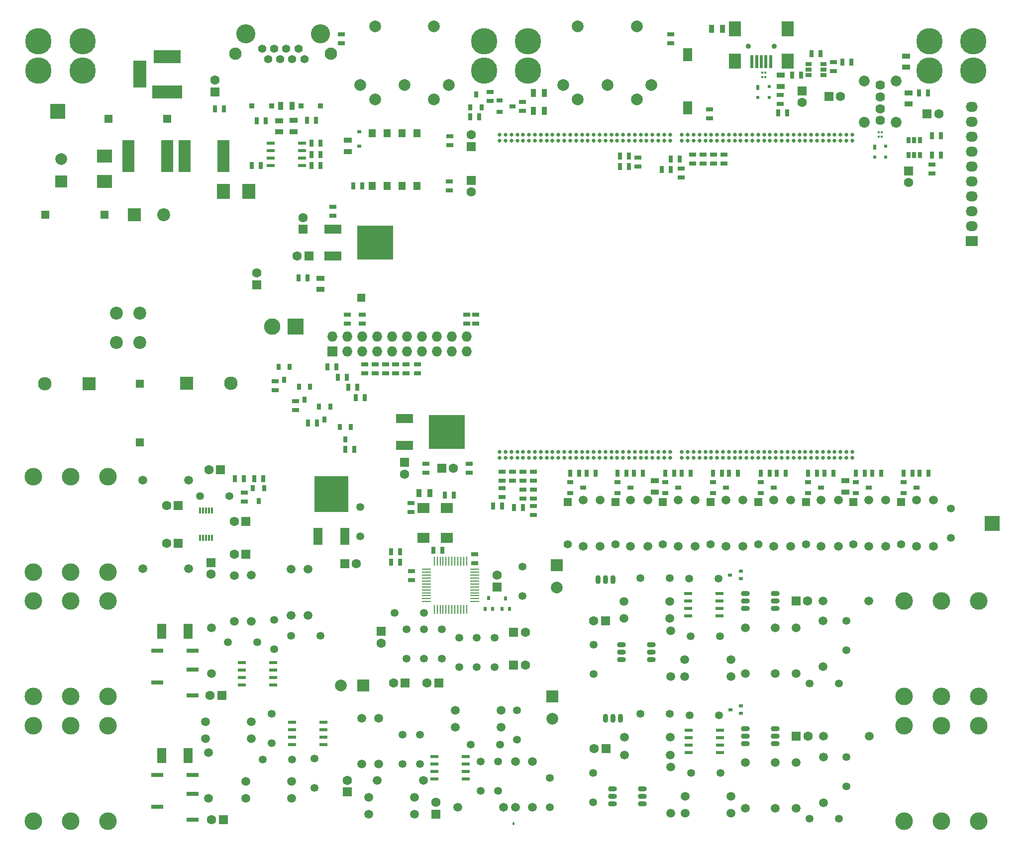
<source format=gts>
G04 #@! TF.FileFunction,Soldermask,Top*
%FSLAX46Y46*%
G04 Gerber Fmt 4.6, Leading zero omitted, Abs format (unit mm)*
G04 Created by KiCad (PCBNEW (2014-jul-16 BZR unknown)-product) date Qui 04 Dez 2014 14:44:21 BRST*
%MOMM*%
G01*
G04 APERTURE LIST*
%ADD10C,0.152400*%
%ADD11R,2.006600X1.803400*%
%ADD12R,1.400000X1.400000*%
%ADD13C,1.400000*%
%ADD14R,1.000760X0.800100*%
%ADD15C,1.500000*%
%ADD16R,1.500000X0.280000*%
%ADD17R,0.280000X1.500000*%
%ADD18C,1.350000*%
%ADD19R,1.600000X1.600000*%
%ADD20C,1.600000*%
%ADD21R,1.143000X0.635000*%
%ADD22R,0.635000X1.143000*%
%ADD23R,1.399540X0.599440*%
%ADD24R,0.700000X0.500000*%
%ADD25O,1.501140X0.899160*%
%ADD26O,0.899160X1.501140*%
%ADD27C,0.660400*%
%ADD28R,1.350000X1.350000*%
%ADD29R,1.998980X1.998980*%
%ADD30C,1.998980*%
%ADD31R,2.200000X2.200000*%
%ADD32C,2.200000*%
%ADD33R,2.300000X2.300000*%
%ADD34C,2.300000*%
%ADD35R,1.500000X2.600000*%
%ADD36R,0.600000X0.900000*%
%ADD37R,0.600000X0.500000*%
%ADD38R,2.500000X2.300000*%
%ADD39R,2.300000X2.500000*%
%ADD40R,0.685800X0.558800*%
%ADD41R,0.850000X0.850000*%
%ADD42R,0.889000X1.397000*%
%ADD43R,1.397000X0.889000*%
%ADD44C,3.000000*%
%ADD45C,1.620000*%
%ADD46C,1.850000*%
%ADD47R,0.500000X2.250000*%
%ADD48R,2.000000X2.500000*%
%ADD49C,0.900000*%
%ADD50C,2.100000*%
%ADD51C,3.251200*%
%ADD52C,2.000000*%
%ADD53R,4.600000X2.300000*%
%ADD54R,5.100000X2.300000*%
%ADD55R,2.300000X4.600000*%
%ADD56R,0.340000X0.400000*%
%ADD57R,1.727200X1.727200*%
%ADD58O,1.727200X1.727200*%
%ADD59R,0.800100X1.000760*%
%ADD60R,1.600000X2.200000*%
%ADD61R,6.197600X5.791200*%
%ADD62R,2.997200X1.600200*%
%ADD63R,1.000760X0.701040*%
%ADD64R,0.701040X1.000760*%
%ADD65R,5.791200X6.197600*%
%ADD66R,1.600200X2.997200*%
%ADD67R,0.300000X1.100000*%
%ADD68R,2.000000X5.400000*%
%ADD69C,4.500000*%
%ADD70R,2.794000X2.794000*%
%ADD71C,2.794000*%
%ADD72R,2.500000X2.500000*%
%ADD73R,2.000000X0.800000*%
%ADD74R,0.500000X0.700000*%
%ADD75C,0.457200*%
%ADD76R,1.200000X1.400000*%
%ADD77R,2.032000X1.727200*%
%ADD78O,2.032000X1.727200*%
G04 APERTURE END LIST*
D10*
D11*
X70576100Y-83530000D03*
X70576100Y-88610000D03*
X74563900Y-88610000D03*
X74563900Y-83530000D03*
D12*
X127540000Y-82555000D03*
D13*
X127540000Y-89755000D03*
D12*
X143740000Y-82555000D03*
D13*
X143740000Y-89755000D03*
D12*
X135640000Y-82555000D03*
D13*
X135640000Y-89755000D03*
D12*
X151840000Y-82555000D03*
D13*
X151840000Y-89755000D03*
D14*
X130139820Y-80105000D03*
X127940180Y-81057500D03*
X127940180Y-79152500D03*
X146339820Y-80105000D03*
X144140180Y-81057500D03*
X144140180Y-79152500D03*
X138239820Y-80105000D03*
X136040180Y-81057500D03*
X136040180Y-79152500D03*
X154439820Y-80105000D03*
X152240180Y-81057500D03*
X152240180Y-79152500D03*
D15*
X130140000Y-82255000D03*
X130140000Y-90055000D03*
X146340000Y-82255000D03*
X146340000Y-90055000D03*
X133040000Y-82255000D03*
X133040000Y-90055000D03*
X149240000Y-82255000D03*
X149240000Y-90055000D03*
X138240000Y-82255000D03*
X138240000Y-90055000D03*
X154440000Y-82255000D03*
X154440000Y-90055000D03*
X141140000Y-82255000D03*
X141140000Y-90055000D03*
X157340000Y-82255000D03*
X157340000Y-90055000D03*
X124915000Y-82255000D03*
X124915000Y-90055000D03*
X108715000Y-82255000D03*
X108715000Y-90055000D03*
X122015000Y-82255000D03*
X122015000Y-90055000D03*
X105815000Y-82255000D03*
X105815000Y-90055000D03*
X116815000Y-82255000D03*
X116815000Y-90055000D03*
X100615000Y-82255000D03*
X100615000Y-90055000D03*
X113915000Y-82255000D03*
X113915000Y-90055000D03*
X97715000Y-82255000D03*
X97715000Y-90055000D03*
D14*
X122014820Y-80105000D03*
X119815180Y-81057500D03*
X119815180Y-79152500D03*
X105814820Y-80105000D03*
X103615180Y-81057500D03*
X103615180Y-79152500D03*
X113914820Y-80105000D03*
X111715180Y-81057500D03*
X111715180Y-79152500D03*
X97714820Y-80105000D03*
X95515180Y-81057500D03*
X95515180Y-79152500D03*
D12*
X119415000Y-82555000D03*
D13*
X119415000Y-89755000D03*
D12*
X103215000Y-82555000D03*
D13*
X103215000Y-89755000D03*
D12*
X111315000Y-82555000D03*
D13*
X111315000Y-89755000D03*
D12*
X95115000Y-82555000D03*
D13*
X95115000Y-89755000D03*
D16*
X71055440Y-95515000D03*
X71055440Y-96015000D03*
X71055440Y-96515000D03*
X71055440Y-97015000D03*
X71055440Y-97515000D03*
X71055440Y-94015000D03*
X71055440Y-94515000D03*
X71055440Y-95015000D03*
D17*
X72405000Y-100864560D03*
X72905000Y-100864560D03*
X73405000Y-100864560D03*
X73905000Y-100864560D03*
X74405000Y-100864560D03*
X74905000Y-100864560D03*
X75405000Y-100864560D03*
X75905000Y-100864560D03*
D16*
X79254560Y-99515000D03*
X79254560Y-99015000D03*
X79254560Y-98515000D03*
X79254560Y-98015000D03*
X79254560Y-97515000D03*
X79254560Y-97015000D03*
X79254560Y-96515000D03*
X79254560Y-96015000D03*
D17*
X77905000Y-92665440D03*
X77405000Y-92665440D03*
X76905000Y-92665440D03*
X76405000Y-92665440D03*
X75905000Y-92665440D03*
X75405000Y-92665440D03*
X74905000Y-92665440D03*
X74405000Y-92665440D03*
D16*
X71055440Y-98015000D03*
X71055440Y-98515000D03*
X71055440Y-99015000D03*
X71055440Y-99515000D03*
D17*
X76405000Y-100864560D03*
X76905000Y-100864560D03*
X77405000Y-100864560D03*
X77905000Y-100864560D03*
D16*
X79254560Y-95515000D03*
X79254560Y-95015000D03*
X79254560Y-94515000D03*
X79254560Y-94015000D03*
D17*
X73905000Y-92665440D03*
X73405000Y-92665440D03*
X72905000Y-92665440D03*
X72405000Y-92665440D03*
D18*
X82655000Y-110660000D03*
X82655000Y-105660000D03*
D19*
X85900000Y-104770000D03*
D20*
X87900000Y-104770000D03*
D18*
X79650000Y-110660000D03*
X79650000Y-105660000D03*
D19*
X85900000Y-110350000D03*
D20*
X87900000Y-110350000D03*
D18*
X76650000Y-110660000D03*
X76650000Y-105660000D03*
D19*
X73150000Y-113350000D03*
D20*
X71150000Y-113350000D03*
D18*
X73655000Y-109255000D03*
X73655000Y-104255000D03*
D19*
X67450000Y-113350000D03*
D20*
X65450000Y-113350000D03*
D18*
X70655000Y-109255000D03*
X70655000Y-104255000D03*
X67655000Y-109255000D03*
X67655000Y-104255000D03*
X87420000Y-93550000D03*
X87420000Y-98550000D03*
D21*
X79250000Y-91468000D03*
X79250000Y-92992000D03*
D19*
X83130000Y-97040000D03*
D20*
X83130000Y-95040000D03*
D22*
X73742000Y-90730000D03*
X72218000Y-90730000D03*
D19*
X63360000Y-104590000D03*
D20*
X63360000Y-106590000D03*
D18*
X65655000Y-101405000D03*
X70655000Y-101405000D03*
D21*
X68510000Y-94318000D03*
X68510000Y-95842000D03*
D23*
X45007000Y-109945000D03*
X39673000Y-109945000D03*
X45007000Y-111215000D03*
X45007000Y-112485000D03*
X45007000Y-113755000D03*
X39673000Y-111215000D03*
X39673000Y-112485000D03*
X39673000Y-113755000D03*
X48193000Y-123905000D03*
X53527000Y-123905000D03*
X48193000Y-122635000D03*
X48193000Y-121365000D03*
X48193000Y-120095000D03*
X53527000Y-122635000D03*
X53527000Y-121365000D03*
X53527000Y-120095000D03*
D15*
X34490000Y-111770000D03*
X34490000Y-103970000D03*
X34000000Y-133050000D03*
X34000000Y-125250000D03*
X48025000Y-94025000D03*
X48025000Y-101825000D03*
X38350000Y-95050000D03*
X38350000Y-102850000D03*
X33460000Y-122870000D03*
X41260000Y-122870000D03*
X40300000Y-133040000D03*
X48100000Y-133040000D03*
X50925000Y-94025000D03*
X50925000Y-101825000D03*
X41240000Y-95040000D03*
X41240000Y-102840000D03*
X33460000Y-119970000D03*
X41260000Y-119970000D03*
X40300000Y-130140000D03*
X48100000Y-130140000D03*
D19*
X40350000Y-85870000D03*
D20*
X38350000Y-85870000D03*
D19*
X40350000Y-91420000D03*
D20*
X38350000Y-91420000D03*
D19*
X36250000Y-115450000D03*
D20*
X34250000Y-115450000D03*
D19*
X36500000Y-136650000D03*
D20*
X34500000Y-136650000D03*
D18*
X45150000Y-102600000D03*
X45150000Y-107600000D03*
X43200000Y-126450000D03*
X48200000Y-126450000D03*
D23*
X77792000Y-125895000D03*
X72458000Y-125895000D03*
X77792000Y-127165000D03*
X77792000Y-128435000D03*
X77792000Y-129705000D03*
X72458000Y-127165000D03*
X72458000Y-128435000D03*
X72458000Y-129705000D03*
D15*
X86225000Y-134550000D03*
X86225000Y-126750000D03*
X89125000Y-134550000D03*
X89125000Y-126750000D03*
X84225000Y-134550000D03*
X76425000Y-134550000D03*
X69050000Y-132850000D03*
X61250000Y-132850000D03*
X61250000Y-135750000D03*
X69050000Y-135750000D03*
X83750000Y-118050000D03*
X75950000Y-118050000D03*
X83750000Y-120950000D03*
X75950000Y-120950000D03*
X62725000Y-129950000D03*
X70525000Y-129950000D03*
X60050000Y-127200000D03*
X60050000Y-119400000D03*
X62950000Y-119350000D03*
X62950000Y-127150000D03*
D18*
X80275000Y-131750000D03*
X80275000Y-126750000D03*
X83275000Y-131750000D03*
X83275000Y-126750000D03*
X69975000Y-127150000D03*
X69975000Y-122150000D03*
X66975000Y-127150000D03*
X66975000Y-122150000D03*
X92075000Y-129550000D03*
X92075000Y-134550000D03*
D19*
X72650000Y-135700000D03*
D20*
X72650000Y-133700000D03*
D18*
X86480000Y-123050000D03*
X86480000Y-118050000D03*
X83625000Y-123900000D03*
X78625000Y-123900000D03*
D19*
X57650000Y-131950000D03*
D20*
X57650000Y-129950000D03*
D18*
X115800000Y-95575000D03*
X120800000Y-95575000D03*
D19*
X133950000Y-99440000D03*
D20*
X135950000Y-99440000D03*
D19*
X101550000Y-102750000D03*
D20*
X99550000Y-102750000D03*
D18*
X99560000Y-111870000D03*
X99560000Y-106870000D03*
D24*
X124540000Y-94320000D03*
X124540000Y-95620000D03*
X122740000Y-94970000D03*
D25*
X130400000Y-99440000D03*
X130400000Y-98170000D03*
X130400000Y-100710000D03*
X125300000Y-99440000D03*
X125300000Y-98170000D03*
X125300000Y-100710000D03*
X109350000Y-108130000D03*
X109350000Y-106860000D03*
X109350000Y-109400000D03*
X104300000Y-108130000D03*
X104300000Y-106860000D03*
X104300000Y-109400000D03*
D26*
X101550000Y-95775000D03*
X100280000Y-95775000D03*
X102820000Y-95775000D03*
D15*
X138540000Y-99440000D03*
X146340000Y-99440000D03*
X138550000Y-102750000D03*
X138550000Y-110550000D03*
X133940000Y-111740000D03*
X133940000Y-103940000D03*
X130400000Y-111740000D03*
X130400000Y-103940000D03*
X125300000Y-111740000D03*
X125300000Y-103940000D03*
X115050000Y-112300000D03*
X122850000Y-112300000D03*
X115050000Y-109400000D03*
X122850000Y-109400000D03*
X112500000Y-102375000D03*
X104700000Y-102375000D03*
X112610000Y-104450000D03*
X112610000Y-112250000D03*
X112500000Y-99475000D03*
X104700000Y-99475000D03*
D23*
X120967000Y-98120000D03*
X115633000Y-98120000D03*
X120967000Y-99390000D03*
X120967000Y-100660000D03*
X120967000Y-101930000D03*
X115633000Y-99390000D03*
X115633000Y-100660000D03*
X115633000Y-101930000D03*
X121017000Y-121384160D03*
X115683000Y-121384160D03*
X121017000Y-122654160D03*
X121017000Y-123924160D03*
X121017000Y-125194160D03*
X115683000Y-122654160D03*
X115683000Y-123924160D03*
X115683000Y-125194160D03*
D15*
X112550000Y-122579160D03*
X104750000Y-122579160D03*
X112610000Y-127724160D03*
X112610000Y-135524160D03*
X112550000Y-125654160D03*
X104750000Y-125654160D03*
X115100000Y-132664160D03*
X122900000Y-132664160D03*
X115100000Y-135564160D03*
X122900000Y-135564160D03*
X125350000Y-134714160D03*
X125350000Y-126914160D03*
X130460000Y-134714160D03*
X130460000Y-126914160D03*
X133940000Y-134714160D03*
X133940000Y-126914160D03*
X138600000Y-126014160D03*
X138600000Y-133814160D03*
X138600000Y-122414160D03*
X146400000Y-122414160D03*
D26*
X102860000Y-119354160D03*
X104130000Y-119354160D03*
X101590000Y-119354160D03*
D25*
X102750000Y-132654160D03*
X102750000Y-133924160D03*
X102750000Y-131384160D03*
X107820000Y-132654160D03*
X107820000Y-133924160D03*
X107820000Y-131384160D03*
X125340000Y-122414160D03*
X125340000Y-121144160D03*
X125340000Y-123684160D03*
X130460000Y-122414160D03*
X130460000Y-121144160D03*
X130460000Y-123684160D03*
D24*
X124580000Y-117264160D03*
X124580000Y-118564160D03*
X122780000Y-117914160D03*
D18*
X99470000Y-133734160D03*
X99470000Y-128734160D03*
D19*
X101600000Y-124554160D03*
D20*
X99600000Y-124554160D03*
D19*
X133990000Y-122414160D03*
D20*
X135990000Y-122414160D03*
D18*
X115850000Y-118839160D03*
X120850000Y-118839160D03*
D27*
X143530000Y-74000000D03*
X143530000Y-75000000D03*
X142530000Y-74000000D03*
X142530000Y-75000000D03*
X141530000Y-74000000D03*
X141530000Y-75000000D03*
X140530000Y-74000000D03*
X140530000Y-75000000D03*
X139530000Y-74000000D03*
X139530000Y-75000000D03*
X138530000Y-74000000D03*
X138530000Y-75000000D03*
X137530000Y-74000000D03*
X137530000Y-75000000D03*
X136530000Y-74000000D03*
X136530000Y-75000000D03*
X135530000Y-74000000D03*
X135530000Y-75000000D03*
X134530000Y-74000000D03*
X134530000Y-75000000D03*
X133530000Y-74000000D03*
X133530000Y-75000000D03*
X132530000Y-74000000D03*
X132530000Y-75000000D03*
X131530000Y-74000000D03*
X131530000Y-75000000D03*
X130530000Y-74000000D03*
X130530000Y-75000000D03*
X129530000Y-74000000D03*
X129530000Y-75000000D03*
X128530000Y-74000000D03*
X128530000Y-75000000D03*
X127530000Y-74000000D03*
X127530000Y-75000000D03*
X126530000Y-74000000D03*
X126530000Y-75000000D03*
X125530000Y-74000000D03*
X125530000Y-75000000D03*
X124530000Y-74000000D03*
X124530000Y-75000000D03*
X123530000Y-74000000D03*
X123530000Y-75000000D03*
X122530000Y-74000000D03*
X122530000Y-75000000D03*
X121530000Y-74000000D03*
X121530000Y-75000000D03*
X120530000Y-74000000D03*
X120530000Y-75000000D03*
X119530000Y-74000000D03*
X119530000Y-75000000D03*
X118530000Y-74000000D03*
X118530000Y-75000000D03*
X117530000Y-74000000D03*
X117530000Y-75000000D03*
X116530000Y-74000000D03*
X116530000Y-75000000D03*
X115530000Y-74000000D03*
X115530000Y-75000000D03*
X114530000Y-74000000D03*
X114530000Y-75000000D03*
X112530000Y-74000000D03*
X112530000Y-75000000D03*
X111530000Y-74000000D03*
X111530000Y-75000000D03*
X110530000Y-74000000D03*
X110530000Y-75000000D03*
X109530000Y-74000000D03*
X109530000Y-75000000D03*
X108530000Y-74000000D03*
X108530000Y-75000000D03*
X107530000Y-74000000D03*
X107530000Y-75000000D03*
X106530000Y-74000000D03*
X106530000Y-75000000D03*
X105530000Y-74000000D03*
X105530000Y-75000000D03*
X104530000Y-74000000D03*
X104530000Y-75000000D03*
X103530000Y-74000000D03*
X103530000Y-75000000D03*
X102530000Y-74000000D03*
X102530000Y-75000000D03*
X101530000Y-74000000D03*
X101530000Y-75000000D03*
X100530000Y-74000000D03*
X100530000Y-75000000D03*
X99530000Y-74000000D03*
X99530000Y-75000000D03*
X98530000Y-74000000D03*
X98530000Y-75000000D03*
X97530000Y-74000000D03*
X97530000Y-75000000D03*
X96530000Y-74000000D03*
X96530000Y-75000000D03*
X95530000Y-74000000D03*
X95530000Y-75000000D03*
X94530000Y-74000000D03*
X94530000Y-75000000D03*
X93530000Y-74000000D03*
X93530000Y-75000000D03*
X92530000Y-74000000D03*
X92530000Y-75000000D03*
X91530000Y-74000000D03*
X91530000Y-75000000D03*
X90530000Y-74000000D03*
X90530000Y-75000000D03*
X89530000Y-74000000D03*
X89530000Y-75000000D03*
X88530000Y-74000000D03*
X88530000Y-75000000D03*
X87530000Y-74000000D03*
X87530000Y-75000000D03*
X86530000Y-74000000D03*
X86530000Y-75000000D03*
X85530000Y-74000000D03*
X85530000Y-75000000D03*
X84530000Y-74000000D03*
X84530000Y-75000000D03*
X83530000Y-74000000D03*
X83530000Y-75000000D03*
X143530000Y-20000000D03*
X143530000Y-21000000D03*
X142530000Y-20000000D03*
X142530000Y-21000000D03*
X141530000Y-20000000D03*
X141530000Y-21000000D03*
X140530000Y-20000000D03*
X140530000Y-21000000D03*
X139530000Y-20000000D03*
X139530000Y-21000000D03*
X138530000Y-20000000D03*
X138530000Y-21000000D03*
X137530000Y-20000000D03*
X137530000Y-21000000D03*
X136530000Y-20000000D03*
X136530000Y-21000000D03*
X135530000Y-20000000D03*
X135530000Y-21000000D03*
X134530000Y-20000000D03*
X134530000Y-21000000D03*
X133530000Y-20000000D03*
X133530000Y-21000000D03*
X132530000Y-20000000D03*
X132530000Y-21000000D03*
X131530000Y-20000000D03*
X131530000Y-21000000D03*
X130530000Y-20000000D03*
X130530000Y-21000000D03*
X129530000Y-20000000D03*
X129530000Y-21000000D03*
X128530000Y-20000000D03*
X128530000Y-21000000D03*
X127530000Y-20000000D03*
X127530000Y-21000000D03*
X126530000Y-20000000D03*
X126530000Y-21000000D03*
X125530000Y-20000000D03*
X125530000Y-21000000D03*
X124530000Y-20000000D03*
X124530000Y-21000000D03*
X123530000Y-20000000D03*
X123530000Y-21000000D03*
X122530000Y-20000000D03*
X122530000Y-21000000D03*
X121530000Y-20000000D03*
X121530000Y-21000000D03*
X120530000Y-20000000D03*
X120530000Y-21000000D03*
X119530000Y-20000000D03*
X119530000Y-21000000D03*
X118530000Y-20000000D03*
X118530000Y-21000000D03*
X117530000Y-20000000D03*
X117530000Y-21000000D03*
X116530000Y-20000000D03*
X116530000Y-21000000D03*
X115530000Y-20000000D03*
X115530000Y-21000000D03*
X114530000Y-20000000D03*
X114530000Y-21000000D03*
X112530000Y-20000000D03*
X112530000Y-21000000D03*
X111530000Y-20000000D03*
X111530000Y-21000000D03*
X110530000Y-20000000D03*
X110530000Y-21000000D03*
X109530000Y-20000000D03*
X109530000Y-21000000D03*
X108530000Y-20000000D03*
X108530000Y-21000000D03*
X107530000Y-20000000D03*
X107530000Y-21000000D03*
X106530000Y-20000000D03*
X106530000Y-21000000D03*
X105530000Y-20000000D03*
X105530000Y-21000000D03*
X104530000Y-20000000D03*
X104530000Y-21000000D03*
X103530000Y-20000000D03*
X103530000Y-21000000D03*
X102530000Y-20000000D03*
X102530000Y-21000000D03*
X101530000Y-20000000D03*
X101530000Y-21000000D03*
X100530000Y-20000000D03*
X100530000Y-21000000D03*
X99530000Y-20000000D03*
X99530000Y-21000000D03*
X98530000Y-20000000D03*
X98530000Y-21000000D03*
X97530000Y-20000000D03*
X97530000Y-21000000D03*
X96530000Y-20000000D03*
X96530000Y-21000000D03*
X95530000Y-20000000D03*
X95530000Y-21000000D03*
X94530000Y-20000000D03*
X94530000Y-21000000D03*
X93530000Y-20000000D03*
X93530000Y-21000000D03*
X92530000Y-20000000D03*
X92530000Y-21000000D03*
X91530000Y-20000000D03*
X91530000Y-21000000D03*
X90530000Y-20000000D03*
X90530000Y-21000000D03*
X89530000Y-20000000D03*
X89530000Y-21000000D03*
X88530000Y-20000000D03*
X88530000Y-21000000D03*
X87530000Y-20000000D03*
X87530000Y-21000000D03*
X86530000Y-20000000D03*
X86530000Y-21000000D03*
X85530000Y-20000000D03*
X85530000Y-21000000D03*
X84530000Y-20000000D03*
X84530000Y-21000000D03*
X83530000Y-20000000D03*
X83530000Y-21000000D03*
D22*
X41338000Y-25250000D03*
X42862000Y-25250000D03*
D21*
X55150000Y-33762000D03*
X55150000Y-32238000D03*
D19*
X50050000Y-36100000D03*
D20*
X50050000Y-34100000D03*
D19*
X51060000Y-40680000D03*
D20*
X49060000Y-40680000D03*
D19*
X42170000Y-45520000D03*
D20*
X42170000Y-43520000D03*
D22*
X50822000Y-44360000D03*
X49298000Y-44360000D03*
D19*
X78680000Y-27760000D03*
D20*
X78680000Y-29760000D03*
D21*
X75000000Y-27988000D03*
X75000000Y-29512000D03*
X75010000Y-20208000D03*
X75010000Y-21732000D03*
D19*
X78680000Y-21980000D03*
D20*
X78680000Y-19980000D03*
D22*
X156417000Y-12850000D03*
X154893000Y-12850000D03*
X134782000Y-9850000D03*
X133258000Y-9850000D03*
D19*
X156275000Y-16450000D03*
D20*
X158275000Y-16450000D03*
D19*
X134970000Y-12520000D03*
D20*
X134970000Y-14520000D03*
D22*
X132422000Y-16240000D03*
X130898000Y-16240000D03*
D28*
X16950000Y-17300000D03*
X26950000Y-17300000D03*
D29*
X8950000Y-27905000D03*
D30*
X8950000Y-24095000D03*
D19*
X139550000Y-13510000D03*
D20*
X141550000Y-13510000D03*
D19*
X153125000Y-26150000D03*
D20*
X153125000Y-28150000D03*
D21*
X112600000Y-2888000D03*
X112600000Y-4412000D03*
X56600000Y-2888000D03*
X56600000Y-4412000D03*
D19*
X35050000Y-12700000D03*
D20*
X35050000Y-10700000D03*
D22*
X35063000Y-15575000D03*
X36587000Y-15575000D03*
X58608000Y-28730000D03*
X60132000Y-28730000D03*
D28*
X16250000Y-33600000D03*
X6250000Y-33600000D03*
D31*
X21350000Y-33600000D03*
D32*
X26350000Y-33600000D03*
D33*
X30280000Y-62350000D03*
D34*
X37780000Y-62350000D03*
D33*
X13650000Y-62365000D03*
D34*
X6150000Y-62365000D03*
D28*
X22300000Y-62365000D03*
X22300000Y-72365000D03*
D29*
X93240000Y-93275000D03*
D30*
X93240000Y-97085000D03*
D29*
X92511880Y-115679220D03*
D30*
X92511880Y-119489220D03*
D19*
X57160000Y-93050000D03*
D20*
X59160000Y-93050000D03*
D18*
X59830000Y-88440000D03*
X59830000Y-83440000D03*
D19*
X36050000Y-77070000D03*
D20*
X34050000Y-77070000D03*
D18*
X37550000Y-81570000D03*
X32550000Y-81570000D03*
D19*
X34400000Y-92870000D03*
D20*
X34400000Y-94870000D03*
D19*
X28850000Y-89620000D03*
D20*
X26850000Y-89620000D03*
D19*
X28850000Y-83120000D03*
D20*
X26850000Y-83120000D03*
D35*
X30500000Y-125750000D03*
X26000000Y-125750000D03*
X30500000Y-104550000D03*
X26000000Y-104550000D03*
D36*
X147325000Y-22110000D03*
D37*
X147325000Y-23810000D03*
X149225000Y-23810000D03*
X149225000Y-21910000D03*
D36*
X127500000Y-11950000D03*
D37*
X127500000Y-13650000D03*
X129400000Y-13650000D03*
X129400000Y-11750000D03*
D38*
X16250000Y-23650000D03*
X16250000Y-27950000D03*
D39*
X36550000Y-29600000D03*
X40850000Y-29600000D03*
D40*
X59660000Y-21919200D03*
X59660000Y-19480800D03*
D41*
X49725000Y-15100000D03*
X53075000Y-15100000D03*
X44725000Y-15100000D03*
X41375000Y-15100000D03*
D42*
X119547500Y-1950000D03*
X121452500Y-1950000D03*
D43*
X152715000Y-6587500D03*
X152715000Y-8492500D03*
X153135000Y-12847500D03*
X153135000Y-14752500D03*
X131350000Y-9847500D03*
X131350000Y-11752500D03*
D44*
X158690000Y-115675000D03*
X165040000Y-115675000D03*
X152340000Y-115675000D03*
X158690000Y-99445000D03*
X165040000Y-99445000D03*
X152340000Y-99445000D03*
X158690000Y-136875000D03*
X165040000Y-136875000D03*
X152340000Y-136875000D03*
X158690000Y-120645000D03*
X165040000Y-120645000D03*
X152340000Y-120645000D03*
X10510000Y-99445000D03*
X4160000Y-99445000D03*
X16860000Y-99445000D03*
X10510000Y-115675000D03*
X4160000Y-115675000D03*
X16860000Y-115675000D03*
X10510000Y-120645000D03*
X4160000Y-120645000D03*
X16860000Y-120645000D03*
X10510000Y-136875000D03*
X4160000Y-136875000D03*
X16860000Y-136875000D03*
X10510000Y-78245000D03*
X4160000Y-78245000D03*
X16860000Y-78245000D03*
X10510000Y-94475000D03*
X4160000Y-94475000D03*
X16860000Y-94475000D03*
D45*
X148275000Y-11560000D03*
X148275000Y-13560000D03*
X148275000Y-15560000D03*
D46*
X150995000Y-10830000D03*
D45*
X148275000Y-17560000D03*
D46*
X150995000Y-17830000D03*
X145555000Y-10830000D03*
X145555000Y-17830000D03*
D47*
X129650000Y-7550000D03*
X128850000Y-7550000D03*
X128050000Y-7550000D03*
X127250000Y-7550000D03*
X126450000Y-7550000D03*
D48*
X132500000Y-7425000D03*
X132500000Y-1975000D03*
X123600000Y-7425000D03*
X123600000Y-1975000D03*
D49*
X130250000Y-4875000D03*
X125850000Y-4875000D03*
D50*
X54850000Y-6200000D03*
X38590000Y-6200000D03*
D13*
X50290000Y-7088000D03*
X48250000Y-7088000D03*
X46210000Y-7088000D03*
X44170000Y-7088000D03*
X47230000Y-5310000D03*
X45190000Y-5310000D03*
X49270000Y-5310000D03*
X43150000Y-5310000D03*
D51*
X40370000Y-2770000D03*
X53070000Y-2770000D03*
D52*
X96850000Y-14000000D03*
X96850000Y-1500000D03*
X94350000Y-11500000D03*
X101850000Y-11500000D03*
X109350000Y-11500000D03*
X106850000Y-14000000D03*
X106850000Y-1500000D03*
X62350000Y-14000000D03*
X62350000Y-1500000D03*
X59850000Y-11500000D03*
X67350000Y-11500000D03*
X74850000Y-11500000D03*
X72350000Y-14000000D03*
X72350000Y-1500000D03*
D53*
X27000000Y-6700000D03*
D54*
X27000000Y-12700000D03*
D55*
X22300000Y-9700000D03*
D32*
X18300000Y-55365000D03*
X18300000Y-50365000D03*
X22300000Y-50365000D03*
X22300000Y-55365000D03*
D56*
X148525000Y-19540000D03*
X148025000Y-19540000D03*
X148025000Y-20340000D03*
X148525000Y-20340000D03*
X128700000Y-9400000D03*
X128200000Y-9400000D03*
X128200000Y-10200000D03*
X128700000Y-10200000D03*
D57*
X55045000Y-56870000D03*
D58*
X55045000Y-54330000D03*
X57585000Y-56870000D03*
X57585000Y-54330000D03*
X60125000Y-56870000D03*
X60125000Y-54330000D03*
X62665000Y-56870000D03*
X62665000Y-54330000D03*
X65205000Y-56870000D03*
X65205000Y-54330000D03*
X67745000Y-56870000D03*
X67745000Y-54330000D03*
X70285000Y-56870000D03*
X70285000Y-54330000D03*
X72825000Y-56870000D03*
X72825000Y-54330000D03*
X75365000Y-56870000D03*
X75365000Y-54330000D03*
X77905000Y-56870000D03*
X77905000Y-54330000D03*
D59*
X42510000Y-82419820D03*
X41557500Y-80220180D03*
X43462500Y-80220180D03*
X46870000Y-61699820D03*
X45917500Y-59500180D03*
X47822500Y-59500180D03*
X50329580Y-65107740D03*
X49377080Y-62908100D03*
X51282080Y-62908100D03*
D14*
X85699820Y-15140000D03*
X83500180Y-16092500D03*
X83500180Y-14187500D03*
D59*
X79500000Y-13120180D03*
X80452500Y-15319820D03*
X78547500Y-15319820D03*
D43*
X48450000Y-19452500D03*
X48450000Y-17547500D03*
X46000000Y-17597500D03*
X46000000Y-19502500D03*
D22*
X53062000Y-25250000D03*
X51538000Y-25250000D03*
X53062000Y-23350000D03*
X51538000Y-23350000D03*
X53062000Y-21450000D03*
X51538000Y-21450000D03*
D21*
X77900000Y-50663000D03*
X77900000Y-52187000D03*
X57575000Y-50663000D03*
X57575000Y-52187000D03*
X79450000Y-50663000D03*
X79450000Y-52187000D03*
X60125000Y-50663000D03*
X60125000Y-52187000D03*
D22*
X114488000Y-77635000D03*
X116012000Y-77635000D03*
X122588000Y-77635000D03*
X124112000Y-77635000D03*
X106413000Y-77635000D03*
X107937000Y-77635000D03*
X98313000Y-77635000D03*
X99837000Y-77635000D03*
X146913000Y-77635000D03*
X148437000Y-77635000D03*
X97037000Y-77635000D03*
X95513000Y-77635000D03*
X105137000Y-77635000D03*
X103613000Y-77635000D03*
X113237000Y-77635000D03*
X111713000Y-77635000D03*
X121337000Y-77635000D03*
X119813000Y-77635000D03*
X155013000Y-77635000D03*
X156537000Y-77635000D03*
X138838000Y-77635000D03*
X140362000Y-77635000D03*
X130713000Y-77635000D03*
X132237000Y-77635000D03*
X129462000Y-77635000D03*
X127938000Y-77635000D03*
X137562000Y-77635000D03*
X136038000Y-77635000D03*
X145662000Y-77635000D03*
X144138000Y-77635000D03*
X153762000Y-77635000D03*
X152238000Y-77635000D03*
D21*
X40100000Y-80908000D03*
X40100000Y-82432000D03*
X45330000Y-61988000D03*
X45330000Y-63512000D03*
X48790000Y-65398000D03*
X48790000Y-66922000D03*
X119240000Y-15648000D03*
X119240000Y-17172000D03*
X131300000Y-13198000D03*
X131300000Y-14722000D03*
D22*
X136628000Y-6200000D03*
X138152000Y-6200000D03*
X157113000Y-20150000D03*
X158637000Y-20150000D03*
D21*
X140310000Y-9162000D03*
X140310000Y-7638000D03*
D22*
X158637000Y-23450000D03*
X157113000Y-23450000D03*
D21*
X157125000Y-26612000D03*
X157125000Y-25088000D03*
D22*
X143352000Y-7640000D03*
X141828000Y-7640000D03*
D42*
X91152500Y-12840000D03*
X89247500Y-12840000D03*
D43*
X57720000Y-20947500D03*
X57720000Y-22852500D03*
D42*
X91152500Y-15940000D03*
X89247500Y-15940000D03*
X46272500Y-15100000D03*
X48177500Y-15100000D03*
D21*
X87400000Y-15902000D03*
X87400000Y-14378000D03*
X81900000Y-14202000D03*
X81900000Y-12678000D03*
D22*
X43762000Y-17600000D03*
X42238000Y-17600000D03*
X52262000Y-17550000D03*
X50738000Y-17550000D03*
D21*
X68440000Y-84222000D03*
X68440000Y-82698000D03*
X89270000Y-81992000D03*
X89270000Y-80468000D03*
X87500000Y-81992000D03*
X87500000Y-80468000D03*
X83960000Y-80168000D03*
X83960000Y-81692000D03*
D22*
X87502000Y-83510000D03*
X85978000Y-83510000D03*
D21*
X89270000Y-83258000D03*
X89270000Y-84782000D03*
D22*
X66612000Y-91030000D03*
X65088000Y-91030000D03*
X66612000Y-92800000D03*
X65088000Y-92800000D03*
D60*
X115490000Y-15430000D03*
X115490000Y-6330000D03*
D12*
X59940000Y-47750000D03*
D23*
X44533000Y-25255000D03*
X49867000Y-25255000D03*
X44533000Y-23985000D03*
X44533000Y-22715000D03*
X44533000Y-21445000D03*
X49867000Y-23985000D03*
X49867000Y-22715000D03*
X49867000Y-21445000D03*
D61*
X62344000Y-38400000D03*
D62*
X55155800Y-36114000D03*
X55155800Y-40686000D03*
D63*
X136130000Y-9832500D03*
X136130000Y-8880000D03*
X136130000Y-7927500D03*
X138670000Y-7927500D03*
X138670000Y-8880000D03*
X138670000Y-9832500D03*
D64*
X153122500Y-20880000D03*
X154075000Y-20880000D03*
X155027500Y-20880000D03*
X155027500Y-23420000D03*
X154075000Y-23420000D03*
X153122500Y-23420000D03*
D65*
X54870000Y-81236000D03*
D66*
X52584000Y-88424200D03*
X57156000Y-88424200D03*
D61*
X74514000Y-70610000D03*
D62*
X67325800Y-68324000D03*
X67325800Y-72896000D03*
D67*
X32550000Y-88670000D03*
X33050000Y-88670000D03*
X33550000Y-88670000D03*
X34050000Y-88670000D03*
X34550000Y-88670000D03*
X34550000Y-83970000D03*
X34050000Y-83970000D03*
X33550000Y-83970000D03*
X33050000Y-83970000D03*
X32550000Y-83970000D03*
D68*
X26950000Y-23600000D03*
X20350000Y-23600000D03*
X29950000Y-23600000D03*
X36550000Y-23600000D03*
D15*
X30600000Y-93870000D03*
X22800000Y-93870000D03*
X22800000Y-78870000D03*
X30600000Y-78870000D03*
D29*
X60315000Y-113790000D03*
D30*
X56505000Y-113790000D03*
D18*
X141260000Y-136484160D03*
X136260000Y-136484160D03*
X141260000Y-113500000D03*
X136260000Y-113500000D03*
D22*
X38438000Y-78570000D03*
X39962000Y-78570000D03*
X41738000Y-78570000D03*
X43262000Y-78570000D03*
D21*
X60550000Y-60652000D03*
X60550000Y-59128000D03*
X67640000Y-60632000D03*
X67640000Y-59108000D03*
X64085000Y-60652000D03*
X64085000Y-59128000D03*
X65860000Y-60652000D03*
X65860000Y-59128000D03*
X69510000Y-60602000D03*
X69510000Y-59078000D03*
X62320000Y-60652000D03*
X62320000Y-59128000D03*
D22*
X112612000Y-25880000D03*
X111088000Y-25880000D03*
D21*
X107030000Y-23868000D03*
X107030000Y-25392000D03*
D22*
X78548000Y-16950000D03*
X80072000Y-16950000D03*
X112618000Y-24110000D03*
X114142000Y-24110000D03*
D21*
X116370000Y-24892000D03*
X116370000Y-23368000D03*
X121680000Y-24892000D03*
X121680000Y-23368000D03*
D22*
X103988000Y-23630000D03*
X105512000Y-23630000D03*
D21*
X118140000Y-23368000D03*
X118140000Y-24892000D03*
D22*
X103988000Y-25400000D03*
X105512000Y-25400000D03*
D21*
X83960000Y-78902000D03*
X83960000Y-77378000D03*
X87500000Y-78902000D03*
X87500000Y-77378000D03*
X89270000Y-77378000D03*
X89270000Y-78902000D03*
X85730000Y-78902000D03*
X85730000Y-77378000D03*
D22*
X57532000Y-61270000D03*
X56008000Y-61270000D03*
X55772000Y-59500000D03*
X54248000Y-59500000D03*
X60572000Y-64810000D03*
X59048000Y-64810000D03*
X59302000Y-63040000D03*
X57778000Y-63040000D03*
D43*
X53000000Y-44437500D03*
X53000000Y-46342500D03*
D18*
X160300000Y-88655000D03*
X160300000Y-83655000D03*
D69*
X12550000Y-9075000D03*
X5050000Y-9075000D03*
X12550000Y-4075000D03*
X5050000Y-4075000D03*
X164150000Y-9075000D03*
X156650000Y-9075000D03*
X164150000Y-4075000D03*
X156650000Y-4075000D03*
X88350000Y-9080000D03*
X80850000Y-9080000D03*
X88350000Y-4080000D03*
X80850000Y-4080000D03*
D70*
X48806200Y-52650000D03*
D71*
X44843800Y-52650000D03*
D18*
X142550000Y-126014160D03*
X142550000Y-131014160D03*
X142500000Y-102750000D03*
X142500000Y-107750000D03*
X121100000Y-128714160D03*
X116100000Y-128714160D03*
X121050000Y-105450000D03*
X116050000Y-105450000D03*
X107500000Y-118629160D03*
X112500000Y-118629160D03*
X107450000Y-95525000D03*
X112450000Y-95525000D03*
X52060000Y-131280000D03*
X52060000Y-126280000D03*
X44760000Y-123600000D03*
X44760000Y-118600000D03*
X37290000Y-106430000D03*
X42290000Y-106430000D03*
X48030000Y-105320000D03*
X53030000Y-105320000D03*
D72*
X8370000Y-16030000D03*
X167360000Y-86160000D03*
D73*
X31250000Y-132250000D03*
X31250000Y-136650000D03*
X25250000Y-134450000D03*
X31250000Y-129050000D03*
X25250000Y-129050000D03*
X31250000Y-111050000D03*
X31250000Y-115450000D03*
X25250000Y-113250000D03*
X31250000Y-107850000D03*
X25250000Y-107850000D03*
D19*
X67330000Y-75820000D03*
D20*
X67330000Y-77820000D03*
D21*
X70990000Y-76058000D03*
X70990000Y-77582000D03*
D19*
X73660000Y-76820000D03*
D20*
X75660000Y-76820000D03*
D21*
X78340000Y-76048000D03*
X78340000Y-77572000D03*
D43*
X142380000Y-80862500D03*
X142380000Y-78957500D03*
X109950000Y-80862500D03*
X109950000Y-78957500D03*
D59*
X53740000Y-68519820D03*
X52787500Y-66320180D03*
X54692500Y-66320180D03*
X57260000Y-71929820D03*
X56307500Y-69730180D03*
X58212500Y-69730180D03*
D22*
X50918000Y-69060000D03*
X52442000Y-69060000D03*
X58782000Y-73560000D03*
X57258000Y-73560000D03*
X74238000Y-81380000D03*
X75762000Y-81380000D03*
D21*
X114380000Y-27252000D03*
X114380000Y-25728000D03*
X119910000Y-24892000D03*
X119910000Y-23368000D03*
D22*
X82438000Y-83210000D03*
X83962000Y-83210000D03*
D42*
X71702500Y-81020000D03*
X69797500Y-81020000D03*
D74*
X85220000Y-100740000D03*
X83920000Y-100740000D03*
X84570000Y-98940000D03*
X82330000Y-100720000D03*
X81030000Y-100720000D03*
X81680000Y-98920000D03*
D75*
X85900000Y-137296201D03*
X85900000Y-137296201D03*
X85900000Y-137296201D03*
X85900000Y-137296201D03*
X85900000Y-137296201D03*
X85900000Y-137296201D03*
X85900000Y-137296201D03*
X85900000Y-137296201D03*
X85900000Y-137296201D03*
X85900000Y-137296201D03*
X85900000Y-137296201D03*
X85900000Y-137296201D03*
X85900000Y-137296201D03*
X85900000Y-137296201D03*
X85900000Y-137296201D03*
X85900000Y-137296201D03*
D76*
X69420000Y-19720000D03*
X66880000Y-19720000D03*
X64340000Y-19720000D03*
X61800000Y-19720000D03*
X61800000Y-28720000D03*
X64340000Y-28720000D03*
X66880000Y-28720000D03*
X69420000Y-28720000D03*
D77*
X163830000Y-38100000D03*
D78*
X163830000Y-35560000D03*
X163830000Y-33020000D03*
X163830000Y-30480000D03*
X163830000Y-27940000D03*
X163830000Y-25400000D03*
X163830000Y-22860000D03*
X163830000Y-20320000D03*
X163830000Y-17780000D03*
X163830000Y-15240000D03*
M02*

</source>
